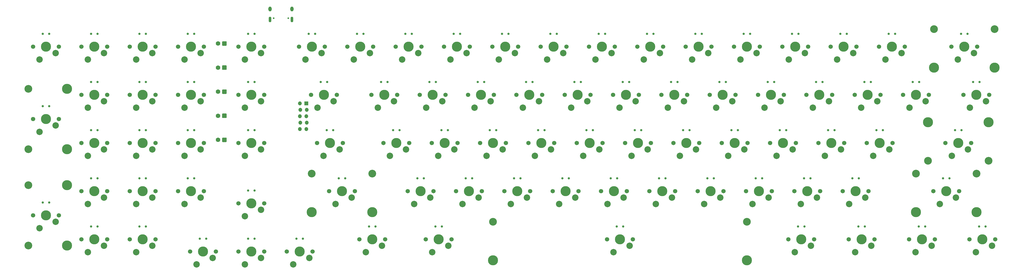
<source format=gts>
%TF.GenerationSoftware,KiCad,Pcbnew,(5.99.0-2281-g2f31bf278)*%
%TF.CreationDate,2020-08-06T03:29:56-04:00*%
%TF.ProjectId,Sinister,53696e69-7374-4657-922e-6b696361645f,rev?*%
%TF.SameCoordinates,Original*%
%TF.FileFunction,Soldermask,Top*%
%TF.FilePolarity,Negative*%
%FSLAX46Y46*%
G04 Gerber Fmt 4.6, Leading zero omitted, Abs format (unit mm)*
G04 Created by KiCad (PCBNEW (5.99.0-2281-g2f31bf278)) date 2020-08-06 03:29:56*
%MOMM*%
%LPD*%
G01*
G04 APERTURE LIST*
%ADD10C,3.987800*%
%ADD11C,3.048000*%
%ADD12C,1.701800*%
%ADD13C,2.540000*%
%ADD14C,1.778000*%
%ADD15C,0.889000*%
%ADD16O,1.524000X1.524000*%
%ADD17R,1.524000X1.524000*%
%ADD18O,1.100000X2.200000*%
%ADD19O,1.300000X1.900000*%
%ADD20C,0.650000*%
G04 APERTURE END LIST*
D10*
%TO.C,SW60*%
X305090449Y-98742500D03*
X281214449Y-98742500D03*
D11*
X281214449Y-83502500D03*
X305090449Y-83502500D03*
D12*
X288072449Y-90487500D03*
X298232449Y-90487500D03*
D13*
X290612449Y-95567500D03*
X296962449Y-93027500D03*
D10*
X293152449Y-90487500D03*
%TD*%
D12*
%TO.C,SW81*%
X469047449Y-109537500D03*
X479207449Y-109537500D03*
D13*
X471587449Y-114617500D03*
X477937449Y-112077500D03*
D10*
X474127449Y-109537500D03*
%TD*%
D14*
%TO.C,LED89*%
X244257449Y-70167500D03*
G36*
G01*
X245908449Y-70878700D02*
X245908449Y-69456300D01*
G75*
G02*
X246086249Y-69278500I177800J0D01*
G01*
X247508649Y-69278500D01*
G75*
G02*
X247686449Y-69456300I0J-177800D01*
G01*
X247686449Y-70878700D01*
G75*
G02*
X247508649Y-71056500I-177800J0D01*
G01*
X246086249Y-71056500D01*
G75*
G02*
X245908449Y-70878700I0J177800D01*
G01*
G37*
%TD*%
%TO.C,LED88*%
X244257449Y-60642500D03*
G36*
G01*
X245908449Y-61353700D02*
X245908449Y-59931300D01*
G75*
G02*
X246086249Y-59753500I177800J0D01*
G01*
X247508649Y-59753500D01*
G75*
G02*
X247686449Y-59931300I0J-177800D01*
G01*
X247686449Y-61353700D01*
G75*
G02*
X247508649Y-61531500I-177800J0D01*
G01*
X246086249Y-61531500D01*
G75*
G02*
X245908449Y-61353700I0J177800D01*
G01*
G37*
%TD*%
%TO.C,LED87*%
X244257449Y-51117500D03*
G36*
G01*
X245908449Y-51828700D02*
X245908449Y-50406300D01*
G75*
G02*
X246086249Y-50228500I177800J0D01*
G01*
X247508649Y-50228500D01*
G75*
G02*
X247686449Y-50406300I0J-177800D01*
G01*
X247686449Y-51828700D01*
G75*
G02*
X247508649Y-52006500I-177800J0D01*
G01*
X246086249Y-52006500D01*
G75*
G02*
X245908449Y-51828700I0J177800D01*
G01*
G37*
%TD*%
%TO.C,LED86*%
X244257449Y-41592500D03*
G36*
G01*
X245908449Y-42303700D02*
X245908449Y-40881300D01*
G75*
G02*
X246086249Y-40703500I177800J0D01*
G01*
X247508649Y-40703500D01*
G75*
G02*
X247686449Y-40881300I0J-177800D01*
G01*
X247686449Y-42303700D01*
G75*
G02*
X247508649Y-42481500I-177800J0D01*
G01*
X246086249Y-42481500D01*
G75*
G02*
X245908449Y-42303700I0J177800D01*
G01*
G37*
%TD*%
%TO.C,LED85*%
X244257449Y-32067500D03*
G36*
G01*
X245908449Y-32778700D02*
X245908449Y-31356300D01*
G75*
G02*
X246086249Y-31178500I177800J0D01*
G01*
X247508649Y-31178500D01*
G75*
G02*
X247686449Y-31356300I0J-177800D01*
G01*
X247686449Y-32778700D01*
G75*
G02*
X247508649Y-32956500I-177800J0D01*
G01*
X246086249Y-32956500D01*
G75*
G02*
X245908449Y-32778700I0J177800D01*
G01*
G37*
%TD*%
D10*
%TO.C,SW80*%
X352651949Y-117792500D03*
X452727949Y-117792500D03*
D11*
X452727949Y-102552500D03*
X352651949Y-102552500D03*
D12*
X397609949Y-109537500D03*
X407769949Y-109537500D03*
D13*
X400149949Y-114617500D03*
X406499949Y-112077500D03*
D10*
X402689949Y-109537500D03*
%TD*%
D13*
%TO.C,SW62*%
X346968699Y-93027500D03*
X340618699Y-95567500D03*
D12*
X338078699Y-90487500D03*
X348238699Y-90487500D03*
D10*
X343158699Y-90487500D03*
%TD*%
D12*
%TO.C,SW43*%
X283309949Y-71437500D03*
X293469949Y-71437500D03*
D13*
X285849949Y-76517500D03*
X292199949Y-73977500D03*
D10*
X288389949Y-71437500D03*
%TD*%
D15*
%TO.C,LED72*%
X175201199Y-94932500D03*
X177741199Y-94932500D03*
%TD*%
%TO.C,LED38*%
X175201199Y-56832500D03*
X177741199Y-56832500D03*
%TD*%
D10*
%TO.C,SW72*%
X184726199Y-88074500D03*
X184726199Y-111950500D03*
D11*
X169486199Y-111950500D03*
X169486199Y-88074500D03*
D12*
X171391199Y-100012500D03*
X181551199Y-100012500D03*
D13*
X173931199Y-105092500D03*
X180281199Y-102552500D03*
D10*
X176471199Y-100012500D03*
%TD*%
D13*
%TO.C,SW1*%
X180281199Y-35877500D03*
X173931199Y-38417500D03*
D12*
X171391199Y-33337500D03*
X181551199Y-33337500D03*
D10*
X176471199Y-33337500D03*
%TD*%
%TO.C,SW38*%
X184726199Y-49974500D03*
X184726199Y-73850500D03*
D11*
X169486199Y-73850500D03*
X169486199Y-49974500D03*
D12*
X171391199Y-61912500D03*
X181551199Y-61912500D03*
D13*
X173931199Y-66992500D03*
X180281199Y-64452500D03*
D10*
X176471199Y-61912500D03*
%TD*%
%TO.C,SW19*%
X526483199Y-41592500D03*
X550359199Y-41592500D03*
D11*
X550359199Y-26352500D03*
X526483199Y-26352500D03*
D12*
X533341199Y-33337500D03*
X543501199Y-33337500D03*
D13*
X535881199Y-38417500D03*
X542231199Y-35877500D03*
D10*
X538421199Y-33337500D03*
%TD*%
D12*
%TO.C,SW84*%
X540484949Y-109537500D03*
X550644949Y-109537500D03*
D13*
X543024949Y-114617500D03*
X549374949Y-112077500D03*
D10*
X545564949Y-109537500D03*
%TD*%
D12*
%TO.C,SW83*%
X516672449Y-109537500D03*
X526832449Y-109537500D03*
D13*
X519212449Y-114617500D03*
X525562449Y-112077500D03*
D10*
X521752449Y-109537500D03*
%TD*%
D12*
%TO.C,SW82*%
X492859949Y-109537500D03*
X503019949Y-109537500D03*
D13*
X495399949Y-114617500D03*
X501749949Y-112077500D03*
D10*
X497939949Y-109537500D03*
%TD*%
D12*
%TO.C,SW79*%
X326172449Y-109537500D03*
X336332449Y-109537500D03*
D13*
X328712449Y-114617500D03*
X335062449Y-112077500D03*
D10*
X331252449Y-109537500D03*
%TD*%
D12*
%TO.C,SW78*%
X299978699Y-109537500D03*
X310138699Y-109537500D03*
D13*
X302518699Y-114617500D03*
X308868699Y-112077500D03*
D10*
X305058699Y-109537500D03*
%TD*%
D13*
%TO.C,SW77*%
X280293699Y-116840000D03*
X273943699Y-119380000D03*
D12*
X271403699Y-114300000D03*
X281563699Y-114300000D03*
D10*
X276483699Y-114300000D03*
%TD*%
D13*
%TO.C,SW76*%
X261243699Y-116840000D03*
X254893699Y-119380000D03*
D12*
X252353699Y-114300000D03*
X262513699Y-114300000D03*
D10*
X257433699Y-114300000D03*
%TD*%
D13*
%TO.C,SW75*%
X242193699Y-116840000D03*
X235843699Y-119380000D03*
D12*
X233303699Y-114300000D03*
X243463699Y-114300000D03*
D10*
X238383699Y-114300000D03*
%TD*%
D13*
%TO.C,SW74*%
X218381199Y-112077500D03*
X212031199Y-114617500D03*
D12*
X209491199Y-109537500D03*
X219651199Y-109537500D03*
D10*
X214571199Y-109537500D03*
%TD*%
D13*
%TO.C,SW73*%
X199331199Y-112077500D03*
X192981199Y-114617500D03*
D12*
X190441199Y-109537500D03*
X200601199Y-109537500D03*
D10*
X195521199Y-109537500D03*
%TD*%
%TO.C,SW71*%
X543215449Y-98742500D03*
X519339449Y-98742500D03*
D11*
X519339449Y-83502500D03*
X543215449Y-83502500D03*
D12*
X526197449Y-90487500D03*
X536357449Y-90487500D03*
D13*
X528737449Y-95567500D03*
X535087449Y-93027500D03*
D10*
X531277449Y-90487500D03*
%TD*%
D13*
%TO.C,SW70*%
X499368699Y-93027500D03*
X493018699Y-95567500D03*
D12*
X490478699Y-90487500D03*
X500638699Y-90487500D03*
D10*
X495558699Y-90487500D03*
%TD*%
D13*
%TO.C,SW69*%
X480318699Y-93027500D03*
X473968699Y-95567500D03*
D12*
X471428699Y-90487500D03*
X481588699Y-90487500D03*
D10*
X476508699Y-90487500D03*
%TD*%
D13*
%TO.C,SW68*%
X461268699Y-93027500D03*
X454918699Y-95567500D03*
D12*
X452378699Y-90487500D03*
X462538699Y-90487500D03*
D10*
X457458699Y-90487500D03*
%TD*%
D13*
%TO.C,SW67*%
X442218699Y-93027500D03*
X435868699Y-95567500D03*
D12*
X433328699Y-90487500D03*
X443488699Y-90487500D03*
D10*
X438408699Y-90487500D03*
%TD*%
D13*
%TO.C,SW66*%
X423168699Y-93027500D03*
X416818699Y-95567500D03*
D12*
X414278699Y-90487500D03*
X424438699Y-90487500D03*
D10*
X419358699Y-90487500D03*
%TD*%
D13*
%TO.C,SW65*%
X404118699Y-93027500D03*
X397768699Y-95567500D03*
D12*
X395228699Y-90487500D03*
X405388699Y-90487500D03*
D10*
X400308699Y-90487500D03*
%TD*%
D13*
%TO.C,SW64*%
X385068699Y-93027500D03*
X378718699Y-95567500D03*
D12*
X376178699Y-90487500D03*
X386338699Y-90487500D03*
D10*
X381258699Y-90487500D03*
%TD*%
D13*
%TO.C,SW63*%
X366018699Y-93027500D03*
X359668699Y-95567500D03*
D12*
X357128699Y-90487500D03*
X367288699Y-90487500D03*
D10*
X362208699Y-90487500D03*
%TD*%
D13*
%TO.C,SW61*%
X327918699Y-93027500D03*
X321568699Y-95567500D03*
D12*
X319028699Y-90487500D03*
X329188699Y-90487500D03*
D10*
X324108699Y-90487500D03*
%TD*%
D13*
%TO.C,SW59*%
X261243699Y-97790000D03*
X254893699Y-100330000D03*
D12*
X252353699Y-95250000D03*
X262513699Y-95250000D03*
D10*
X257433699Y-95250000D03*
%TD*%
D13*
%TO.C,SW58*%
X237431199Y-93027500D03*
X231081199Y-95567500D03*
D12*
X228541199Y-90487500D03*
X238701199Y-90487500D03*
D10*
X233621199Y-90487500D03*
%TD*%
D13*
%TO.C,SW57*%
X218381199Y-93027500D03*
X212031199Y-95567500D03*
D12*
X209491199Y-90487500D03*
X219651199Y-90487500D03*
D10*
X214571199Y-90487500D03*
%TD*%
D13*
%TO.C,SW56*%
X199331199Y-93027500D03*
X192981199Y-95567500D03*
D12*
X190441199Y-90487500D03*
X200601199Y-90487500D03*
D10*
X195521199Y-90487500D03*
%TD*%
%TO.C,SW55*%
X524101949Y-63182500D03*
X547977949Y-63182500D03*
D11*
X547977949Y-78422500D03*
X524101949Y-78422500D03*
D12*
X530959949Y-71437500D03*
X541119949Y-71437500D03*
D13*
X533499949Y-76517500D03*
X539849949Y-73977500D03*
D10*
X536039949Y-71437500D03*
%TD*%
D13*
%TO.C,SW54*%
X508893699Y-73977500D03*
X502543699Y-76517500D03*
D12*
X500003699Y-71437500D03*
X510163699Y-71437500D03*
D10*
X505083699Y-71437500D03*
%TD*%
D13*
%TO.C,SW53*%
X489843699Y-73977500D03*
X483493699Y-76517500D03*
D12*
X480953699Y-71437500D03*
X491113699Y-71437500D03*
D10*
X486033699Y-71437500D03*
%TD*%
D13*
%TO.C,SW52*%
X470793699Y-73977500D03*
X464443699Y-76517500D03*
D12*
X461903699Y-71437500D03*
X472063699Y-71437500D03*
D10*
X466983699Y-71437500D03*
%TD*%
D13*
%TO.C,SW51*%
X451743699Y-73977500D03*
X445393699Y-76517500D03*
D12*
X442853699Y-71437500D03*
X453013699Y-71437500D03*
D10*
X447933699Y-71437500D03*
%TD*%
D13*
%TO.C,SW50*%
X432693699Y-73977500D03*
X426343699Y-76517500D03*
D12*
X423803699Y-71437500D03*
X433963699Y-71437500D03*
D10*
X428883699Y-71437500D03*
%TD*%
D13*
%TO.C,SW49*%
X413643699Y-73977500D03*
X407293699Y-76517500D03*
D12*
X404753699Y-71437500D03*
X414913699Y-71437500D03*
D10*
X409833699Y-71437500D03*
%TD*%
D13*
%TO.C,SW48*%
X394593699Y-73977500D03*
X388243699Y-76517500D03*
D12*
X385703699Y-71437500D03*
X395863699Y-71437500D03*
D10*
X390783699Y-71437500D03*
%TD*%
D13*
%TO.C,SW47*%
X375543699Y-73977500D03*
X369193699Y-76517500D03*
D12*
X366653699Y-71437500D03*
X376813699Y-71437500D03*
D10*
X371733699Y-71437500D03*
%TD*%
D13*
%TO.C,SW46*%
X356493699Y-73977500D03*
X350143699Y-76517500D03*
D12*
X347603699Y-71437500D03*
X357763699Y-71437500D03*
D10*
X352683699Y-71437500D03*
%TD*%
D13*
%TO.C,SW45*%
X337443699Y-73977500D03*
X331093699Y-76517500D03*
D12*
X328553699Y-71437500D03*
X338713699Y-71437500D03*
D10*
X333633699Y-71437500D03*
%TD*%
D13*
%TO.C,SW44*%
X318393699Y-73977500D03*
X312043699Y-76517500D03*
D12*
X309503699Y-71437500D03*
X319663699Y-71437500D03*
D10*
X314583699Y-71437500D03*
%TD*%
D13*
%TO.C,SW42*%
X261243699Y-73977500D03*
X254893699Y-76517500D03*
D12*
X252353699Y-71437500D03*
X262513699Y-71437500D03*
D10*
X257433699Y-71437500D03*
%TD*%
D13*
%TO.C,SW41*%
X237431199Y-73977500D03*
X231081199Y-76517500D03*
D12*
X228541199Y-71437500D03*
X238701199Y-71437500D03*
D10*
X233621199Y-71437500D03*
%TD*%
D13*
%TO.C,SW40*%
X218381199Y-73977500D03*
X212031199Y-76517500D03*
D12*
X209491199Y-71437500D03*
X219651199Y-71437500D03*
D10*
X214571199Y-71437500D03*
%TD*%
D13*
%TO.C,SW39*%
X199331199Y-73977500D03*
X192981199Y-76517500D03*
D12*
X190441199Y-71437500D03*
X200601199Y-71437500D03*
D10*
X195521199Y-71437500D03*
%TD*%
D12*
%TO.C,SW37*%
X538103699Y-52387500D03*
X548263699Y-52387500D03*
D13*
X540643699Y-57467500D03*
X546993699Y-54927500D03*
D10*
X543183699Y-52387500D03*
%TD*%
D13*
%TO.C,SW36*%
X523181199Y-54927500D03*
X516831199Y-57467500D03*
D12*
X514291199Y-52387500D03*
X524451199Y-52387500D03*
D10*
X519371199Y-52387500D03*
%TD*%
D13*
%TO.C,SW35*%
X504131199Y-54927500D03*
X497781199Y-57467500D03*
D12*
X495241199Y-52387500D03*
X505401199Y-52387500D03*
D10*
X500321199Y-52387500D03*
%TD*%
D13*
%TO.C,SW34*%
X485081199Y-54927500D03*
X478731199Y-57467500D03*
D12*
X476191199Y-52387500D03*
X486351199Y-52387500D03*
D10*
X481271199Y-52387500D03*
%TD*%
D13*
%TO.C,SW33*%
X466031199Y-54927500D03*
X459681199Y-57467500D03*
D12*
X457141199Y-52387500D03*
X467301199Y-52387500D03*
D10*
X462221199Y-52387500D03*
%TD*%
D13*
%TO.C,SW32*%
X446981199Y-54927500D03*
X440631199Y-57467500D03*
D12*
X438091199Y-52387500D03*
X448251199Y-52387500D03*
D10*
X443171199Y-52387500D03*
%TD*%
D13*
%TO.C,SW31*%
X427931199Y-54927500D03*
X421581199Y-57467500D03*
D12*
X419041199Y-52387500D03*
X429201199Y-52387500D03*
D10*
X424121199Y-52387500D03*
%TD*%
D13*
%TO.C,SW30*%
X408881199Y-54927500D03*
X402531199Y-57467500D03*
D12*
X399991199Y-52387500D03*
X410151199Y-52387500D03*
D10*
X405071199Y-52387500D03*
%TD*%
D13*
%TO.C,SW29*%
X389831199Y-54927500D03*
X383481199Y-57467500D03*
D12*
X380941199Y-52387500D03*
X391101199Y-52387500D03*
D10*
X386021199Y-52387500D03*
%TD*%
D13*
%TO.C,SW28*%
X370781199Y-54927500D03*
X364431199Y-57467500D03*
D12*
X361891199Y-52387500D03*
X372051199Y-52387500D03*
D10*
X366971199Y-52387500D03*
%TD*%
D13*
%TO.C,SW27*%
X351731199Y-54927500D03*
X345381199Y-57467500D03*
D12*
X342841199Y-52387500D03*
X353001199Y-52387500D03*
D10*
X347921199Y-52387500D03*
%TD*%
D13*
%TO.C,SW26*%
X332681199Y-54927500D03*
X326331199Y-57467500D03*
D12*
X323791199Y-52387500D03*
X333951199Y-52387500D03*
D10*
X328871199Y-52387500D03*
%TD*%
D13*
%TO.C,SW25*%
X313631199Y-54927500D03*
X307281199Y-57467500D03*
D12*
X304741199Y-52387500D03*
X314901199Y-52387500D03*
D10*
X309821199Y-52387500D03*
%TD*%
D12*
%TO.C,SW24*%
X280928699Y-52387500D03*
X291088699Y-52387500D03*
D13*
X283468699Y-57467500D03*
X289818699Y-54927500D03*
D10*
X286008699Y-52387500D03*
%TD*%
D13*
%TO.C,SW23*%
X261243699Y-54927500D03*
X254893699Y-57467500D03*
D12*
X252353699Y-52387500D03*
X262513699Y-52387500D03*
D10*
X257433699Y-52387500D03*
%TD*%
D13*
%TO.C,SW22*%
X237431199Y-54927500D03*
X231081199Y-57467500D03*
D12*
X228541199Y-52387500D03*
X238701199Y-52387500D03*
D10*
X233621199Y-52387500D03*
%TD*%
D13*
%TO.C,SW21*%
X218381199Y-54927500D03*
X212031199Y-57467500D03*
D12*
X209491199Y-52387500D03*
X219651199Y-52387500D03*
D10*
X214571199Y-52387500D03*
%TD*%
D13*
%TO.C,SW20*%
X199331199Y-54927500D03*
X192981199Y-57467500D03*
D12*
X190441199Y-52387500D03*
X200601199Y-52387500D03*
D10*
X195521199Y-52387500D03*
%TD*%
D13*
%TO.C,SW18*%
X513656199Y-35877500D03*
X507306199Y-38417500D03*
D12*
X504766199Y-33337500D03*
X514926199Y-33337500D03*
D10*
X509846199Y-33337500D03*
%TD*%
D13*
%TO.C,SW17*%
X494606199Y-35877500D03*
X488256199Y-38417500D03*
D12*
X485716199Y-33337500D03*
X495876199Y-33337500D03*
D10*
X490796199Y-33337500D03*
%TD*%
D13*
%TO.C,SW16*%
X475556199Y-35877500D03*
X469206199Y-38417500D03*
D12*
X466666199Y-33337500D03*
X476826199Y-33337500D03*
D10*
X471746199Y-33337500D03*
%TD*%
D13*
%TO.C,SW15*%
X456506199Y-35877500D03*
X450156199Y-38417500D03*
D12*
X447616199Y-33337500D03*
X457776199Y-33337500D03*
D10*
X452696199Y-33337500D03*
%TD*%
D13*
%TO.C,SW14*%
X437456199Y-35877500D03*
X431106199Y-38417500D03*
D12*
X428566199Y-33337500D03*
X438726199Y-33337500D03*
D10*
X433646199Y-33337500D03*
%TD*%
D13*
%TO.C,SW13*%
X418406199Y-35877500D03*
X412056199Y-38417500D03*
D12*
X409516199Y-33337500D03*
X419676199Y-33337500D03*
D10*
X414596199Y-33337500D03*
%TD*%
D13*
%TO.C,SW12*%
X399356199Y-35877500D03*
X393006199Y-38417500D03*
D12*
X390466199Y-33337500D03*
X400626199Y-33337500D03*
D10*
X395546199Y-33337500D03*
%TD*%
D13*
%TO.C,SW11*%
X380306199Y-35877500D03*
X373956199Y-38417500D03*
D12*
X371416199Y-33337500D03*
X381576199Y-33337500D03*
D10*
X376496199Y-33337500D03*
%TD*%
D13*
%TO.C,SW10*%
X361256199Y-35877500D03*
X354906199Y-38417500D03*
D12*
X352366199Y-33337500D03*
X362526199Y-33337500D03*
D10*
X357446199Y-33337500D03*
%TD*%
D13*
%TO.C,SW9*%
X342206199Y-35877500D03*
X335856199Y-38417500D03*
D12*
X333316199Y-33337500D03*
X343476199Y-33337500D03*
D10*
X338396199Y-33337500D03*
%TD*%
D13*
%TO.C,SW8*%
X323156199Y-35877500D03*
X316806199Y-38417500D03*
D12*
X314266199Y-33337500D03*
X324426199Y-33337500D03*
D10*
X319346199Y-33337500D03*
%TD*%
D13*
%TO.C,SW7*%
X304106199Y-35877500D03*
X297756199Y-38417500D03*
D12*
X295216199Y-33337500D03*
X305376199Y-33337500D03*
D10*
X300296199Y-33337500D03*
%TD*%
D13*
%TO.C,SW6*%
X285056199Y-35877500D03*
X278706199Y-38417500D03*
D12*
X276166199Y-33337500D03*
X286326199Y-33337500D03*
D10*
X281246199Y-33337500D03*
%TD*%
D13*
%TO.C,SW5*%
X261243699Y-35877500D03*
X254893699Y-38417500D03*
D12*
X252353699Y-33337500D03*
X262513699Y-33337500D03*
D10*
X257433699Y-33337500D03*
%TD*%
D13*
%TO.C,SW4*%
X237431199Y-35877500D03*
X231081199Y-38417500D03*
D12*
X228541199Y-33337500D03*
X238701199Y-33337500D03*
D10*
X233621199Y-33337500D03*
%TD*%
D13*
%TO.C,SW3*%
X218381199Y-35877500D03*
X212031199Y-38417500D03*
D12*
X209491199Y-33337500D03*
X219651199Y-33337500D03*
D10*
X214571199Y-33337500D03*
%TD*%
D13*
%TO.C,SW2*%
X199331199Y-35877500D03*
X192981199Y-38417500D03*
D12*
X190441199Y-33337500D03*
X200601199Y-33337500D03*
D10*
X195521199Y-33337500D03*
%TD*%
D15*
%TO.C,LED84*%
X544294949Y-104457500D03*
X546834949Y-104457500D03*
%TD*%
%TO.C,LED83*%
X520482449Y-104457500D03*
X523022449Y-104457500D03*
%TD*%
%TO.C,LED82*%
X496669949Y-104457500D03*
X499209949Y-104457500D03*
%TD*%
%TO.C,LED81*%
X472857449Y-104457500D03*
X475397449Y-104457500D03*
%TD*%
%TO.C,LED80*%
X401419949Y-104457500D03*
X403959949Y-104457500D03*
%TD*%
%TO.C,LED79*%
X329982449Y-104457500D03*
X332522449Y-104457500D03*
%TD*%
%TO.C,LED78*%
X303788699Y-104457500D03*
X306328699Y-104457500D03*
%TD*%
%TO.C,LED77*%
X275213699Y-109220000D03*
X277753699Y-109220000D03*
%TD*%
%TO.C,LED76*%
X256163699Y-109220000D03*
X258703699Y-109220000D03*
%TD*%
%TO.C,LED75*%
X237113699Y-109220000D03*
X239653699Y-109220000D03*
%TD*%
%TO.C,LED74*%
X213301199Y-104457500D03*
X215841199Y-104457500D03*
%TD*%
%TO.C,LED73*%
X194251199Y-104457500D03*
X196791199Y-104457500D03*
%TD*%
%TO.C,LED71*%
X530007449Y-85407500D03*
X532547449Y-85407500D03*
%TD*%
%TO.C,LED70*%
X494288699Y-85407500D03*
X496828699Y-85407500D03*
%TD*%
%TO.C,LED69*%
X475238699Y-85407500D03*
X477778699Y-85407500D03*
%TD*%
%TO.C,LED68*%
X456188699Y-85407500D03*
X458728699Y-85407500D03*
%TD*%
%TO.C,LED67*%
X437138699Y-85407500D03*
X439678699Y-85407500D03*
%TD*%
%TO.C,LED66*%
X418088699Y-85407500D03*
X420628699Y-85407500D03*
%TD*%
%TO.C,LED65*%
X399038699Y-85407500D03*
X401578699Y-85407500D03*
%TD*%
%TO.C,LED64*%
X379988699Y-85407500D03*
X382528699Y-85407500D03*
%TD*%
%TO.C,LED63*%
X360938699Y-85407500D03*
X363478699Y-85407500D03*
%TD*%
%TO.C,LED62*%
X341888699Y-85407500D03*
X344428699Y-85407500D03*
%TD*%
%TO.C,LED61*%
X322838699Y-85407500D03*
X325378699Y-85407500D03*
%TD*%
%TO.C,LED60*%
X291882449Y-85407500D03*
X294422449Y-85407500D03*
%TD*%
%TO.C,LED59*%
X256163699Y-90170000D03*
X258703699Y-90170000D03*
%TD*%
%TO.C,LED58*%
X232351199Y-85407500D03*
X234891199Y-85407500D03*
%TD*%
%TO.C,LED57*%
X213301199Y-85407500D03*
X215841199Y-85407500D03*
%TD*%
%TO.C,LED56*%
X194251199Y-85407500D03*
X196791199Y-85407500D03*
%TD*%
%TO.C,LED55*%
X534769949Y-66357500D03*
X537309949Y-66357500D03*
%TD*%
%TO.C,LED54*%
X503813699Y-66357500D03*
X506353699Y-66357500D03*
%TD*%
%TO.C,LED53*%
X484763699Y-66357500D03*
X487303699Y-66357500D03*
%TD*%
%TO.C,LED52*%
X465713699Y-66357500D03*
X468253699Y-66357500D03*
%TD*%
%TO.C,LED51*%
X446663699Y-66357500D03*
X449203699Y-66357500D03*
%TD*%
%TO.C,LED50*%
X427613699Y-66357500D03*
X430153699Y-66357500D03*
%TD*%
%TO.C,LED49*%
X408563699Y-66357500D03*
X411103699Y-66357500D03*
%TD*%
%TO.C,LED48*%
X389513699Y-66357500D03*
X392053699Y-66357500D03*
%TD*%
%TO.C,LED47*%
X370463699Y-66357500D03*
X373003699Y-66357500D03*
%TD*%
%TO.C,LED46*%
X351413699Y-66357500D03*
X353953699Y-66357500D03*
%TD*%
%TO.C,LED45*%
X332363699Y-66357500D03*
X334903699Y-66357500D03*
%TD*%
%TO.C,LED44*%
X313313699Y-66357500D03*
X315853699Y-66357500D03*
%TD*%
%TO.C,LED43*%
X287119949Y-66357500D03*
X289659949Y-66357500D03*
%TD*%
%TO.C,LED42*%
X256163699Y-66357500D03*
X258703699Y-66357500D03*
%TD*%
%TO.C,LED41*%
X232351199Y-66357500D03*
X234891199Y-66357500D03*
%TD*%
%TO.C,LED40*%
X213301199Y-66357500D03*
X215841199Y-66357500D03*
%TD*%
%TO.C,LED39*%
X194251199Y-66357500D03*
X196791199Y-66357500D03*
%TD*%
%TO.C,LED37*%
X541913699Y-47307500D03*
X544453699Y-47307500D03*
%TD*%
%TO.C,LED36*%
X518101199Y-47307500D03*
X520641199Y-47307500D03*
%TD*%
%TO.C,LED35*%
X499051199Y-47307500D03*
X501591199Y-47307500D03*
%TD*%
%TO.C,LED34*%
X480001199Y-47307500D03*
X482541199Y-47307500D03*
%TD*%
%TO.C,LED33*%
X460951199Y-47307500D03*
X463491199Y-47307500D03*
%TD*%
%TO.C,LED32*%
X441901199Y-47307500D03*
X444441199Y-47307500D03*
%TD*%
%TO.C,LED31*%
X422851199Y-47307500D03*
X425391199Y-47307500D03*
%TD*%
%TO.C,LED30*%
X403801199Y-47307500D03*
X406341199Y-47307500D03*
%TD*%
%TO.C,LED29*%
X384751199Y-47307500D03*
X387291199Y-47307500D03*
%TD*%
%TO.C,LED28*%
X365701199Y-47307500D03*
X368241199Y-47307500D03*
%TD*%
%TO.C,LED27*%
X346651199Y-47307500D03*
X349191199Y-47307500D03*
%TD*%
%TO.C,LED26*%
X327601199Y-47307500D03*
X330141199Y-47307500D03*
%TD*%
%TO.C,LED25*%
X308551199Y-47307500D03*
X311091199Y-47307500D03*
%TD*%
%TO.C,LED24*%
X284738699Y-47307500D03*
X287278699Y-47307500D03*
%TD*%
%TO.C,LED23*%
X256163699Y-47307500D03*
X258703699Y-47307500D03*
%TD*%
%TO.C,LED22*%
X232351199Y-47307500D03*
X234891199Y-47307500D03*
%TD*%
%TO.C,LED21*%
X213301199Y-47307500D03*
X215841199Y-47307500D03*
%TD*%
%TO.C,LED20*%
X194251199Y-47307500D03*
X196791199Y-47307500D03*
%TD*%
%TO.C,LED19*%
X537151199Y-28257500D03*
X539691199Y-28257500D03*
%TD*%
%TO.C,LED18*%
X508576199Y-28257500D03*
X511116199Y-28257500D03*
%TD*%
%TO.C,LED17*%
X489526199Y-28257500D03*
X492066199Y-28257500D03*
%TD*%
%TO.C,LED16*%
X470476199Y-28257500D03*
X473016199Y-28257500D03*
%TD*%
%TO.C,LED15*%
X451426199Y-28257500D03*
X453966199Y-28257500D03*
%TD*%
%TO.C,LED14*%
X432376199Y-28257500D03*
X434916199Y-28257500D03*
%TD*%
%TO.C,LED13*%
X413326199Y-28257500D03*
X415866199Y-28257500D03*
%TD*%
%TO.C,LED12*%
X394276199Y-28257500D03*
X396816199Y-28257500D03*
%TD*%
%TO.C,LED11*%
X375226199Y-28257500D03*
X377766199Y-28257500D03*
%TD*%
%TO.C,LED10*%
X356176199Y-28257500D03*
X358716199Y-28257500D03*
%TD*%
%TO.C,LED9*%
X337126199Y-28257500D03*
X339666199Y-28257500D03*
%TD*%
%TO.C,LED8*%
X318076199Y-28257500D03*
X320616199Y-28257500D03*
%TD*%
%TO.C,LED7*%
X299026199Y-28257500D03*
X301566199Y-28257500D03*
%TD*%
%TO.C,LED6*%
X279976199Y-28257500D03*
X282516199Y-28257500D03*
%TD*%
%TO.C,LED5*%
X256163699Y-28257500D03*
X258703699Y-28257500D03*
%TD*%
%TO.C,LED4*%
X232351199Y-28257500D03*
X234891199Y-28257500D03*
%TD*%
%TO.C,LED3*%
X213301199Y-28257500D03*
X215841199Y-28257500D03*
%TD*%
%TO.C,LED2*%
X194251199Y-28257500D03*
X196791199Y-28257500D03*
%TD*%
%TO.C,LED1*%
X175201199Y-28257500D03*
X177741199Y-28257500D03*
%TD*%
D16*
%TO.C,J2*%
X279119294Y-65904798D03*
X276579294Y-65904798D03*
X279246294Y-63364798D03*
X276706294Y-63364798D03*
X276579294Y-60824798D03*
X276706294Y-58284798D03*
X276579294Y-55744798D03*
D17*
X279119294Y-55744798D03*
D16*
X279246294Y-58284798D03*
X279119294Y-60824798D03*
%TD*%
D18*
%TO.C,J1*%
X273379599Y-22591900D03*
D19*
X273379599Y-18391900D03*
D20*
X271969599Y-22040900D03*
X266189599Y-22040900D03*
D19*
X264779599Y-18391900D03*
D18*
X264779599Y-22591900D03*
%TD*%
M02*

</source>
